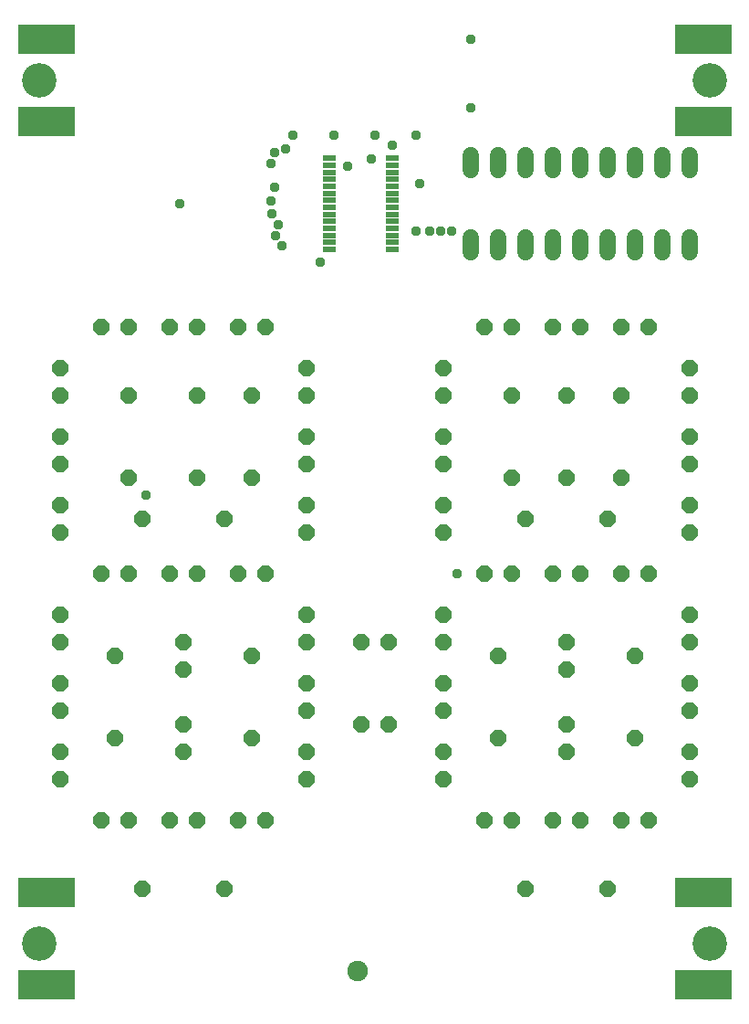
<source format=gts>
G75*
%MOIN*%
%OFA0B0*%
%FSLAX25Y25*%
%IPPOS*%
%LPD*%
%AMOC8*
5,1,8,0,0,1.08239X$1,22.5*
%
%ADD10C,0.12611*%
%ADD11R,0.04700X0.02000*%
%ADD12OC8,0.06000*%
%ADD13C,0.06000*%
%ADD14R,0.20800X0.10800*%
%ADD15C,0.03778*%
%ADD16C,0.07550*%
D10*
X0019100Y0034100D03*
X0019100Y0349100D03*
X0264100Y0349100D03*
X0264100Y0034100D03*
D11*
X0148087Y0287466D03*
X0148087Y0290025D03*
X0148087Y0292584D03*
X0148087Y0295143D03*
X0148087Y0297702D03*
X0148087Y0300261D03*
X0148087Y0302820D03*
X0148087Y0305380D03*
X0148087Y0307939D03*
X0148087Y0310498D03*
X0148087Y0313057D03*
X0148087Y0315616D03*
X0148087Y0318175D03*
X0148087Y0320734D03*
X0125113Y0320734D03*
X0125113Y0318175D03*
X0125113Y0315616D03*
X0125113Y0313057D03*
X0125113Y0310498D03*
X0125113Y0307939D03*
X0125113Y0305380D03*
X0125113Y0302820D03*
X0125113Y0300261D03*
X0125113Y0297702D03*
X0125113Y0295143D03*
X0125113Y0292584D03*
X0125113Y0290025D03*
X0125113Y0287466D03*
D12*
X0101600Y0259100D03*
X0091600Y0259100D03*
X0076600Y0259100D03*
X0066600Y0259100D03*
X0051600Y0259100D03*
X0041600Y0259100D03*
X0026600Y0244100D03*
X0026600Y0234100D03*
X0026600Y0219100D03*
X0026600Y0209100D03*
X0026600Y0194100D03*
X0026600Y0184100D03*
X0041600Y0169100D03*
X0051600Y0169100D03*
X0066600Y0169100D03*
X0076600Y0169100D03*
X0091600Y0169100D03*
X0101600Y0169100D03*
X0086600Y0189100D03*
X0076600Y0204100D03*
X0096600Y0204100D03*
X0116600Y0209100D03*
X0116600Y0219100D03*
X0116600Y0234100D03*
X0116600Y0244100D03*
X0096600Y0234100D03*
X0076600Y0234100D03*
X0051600Y0234100D03*
X0051600Y0204100D03*
X0056600Y0189100D03*
X0026600Y0154100D03*
X0026600Y0144100D03*
X0026600Y0129100D03*
X0026600Y0119100D03*
X0026600Y0104100D03*
X0026600Y0094100D03*
X0041600Y0079100D03*
X0051600Y0079100D03*
X0066600Y0079100D03*
X0076600Y0079100D03*
X0091600Y0079100D03*
X0101600Y0079100D03*
X0116600Y0094100D03*
X0116600Y0104100D03*
X0116600Y0119100D03*
X0116600Y0129100D03*
X0116600Y0144100D03*
X0116600Y0154100D03*
X0136600Y0144100D03*
X0146600Y0144100D03*
X0166600Y0144100D03*
X0166600Y0154100D03*
X0181600Y0169100D03*
X0191600Y0169100D03*
X0206600Y0169100D03*
X0216600Y0169100D03*
X0231600Y0169100D03*
X0241600Y0169100D03*
X0256600Y0154100D03*
X0256600Y0144100D03*
X0256600Y0129100D03*
X0256600Y0119100D03*
X0256600Y0104100D03*
X0256600Y0094100D03*
X0241600Y0079100D03*
X0231600Y0079100D03*
X0216600Y0079100D03*
X0206600Y0079100D03*
X0191600Y0079100D03*
X0181600Y0079100D03*
X0166600Y0094100D03*
X0166600Y0104100D03*
X0166600Y0119100D03*
X0166600Y0129100D03*
X0186600Y0139100D03*
X0186600Y0109100D03*
X0211600Y0104100D03*
X0211600Y0114100D03*
X0211600Y0134100D03*
X0211600Y0144100D03*
X0236600Y0139100D03*
X0236600Y0109100D03*
X0226600Y0054100D03*
X0196600Y0054100D03*
X0146600Y0114100D03*
X0136600Y0114100D03*
X0096600Y0109100D03*
X0096600Y0139100D03*
X0071600Y0134100D03*
X0071600Y0144100D03*
X0071600Y0114100D03*
X0071600Y0104100D03*
X0046600Y0109100D03*
X0046600Y0139100D03*
X0056600Y0054100D03*
X0086600Y0054100D03*
X0116600Y0184100D03*
X0116600Y0194100D03*
X0166600Y0194100D03*
X0166600Y0184100D03*
X0166600Y0209100D03*
X0166600Y0219100D03*
X0166600Y0234100D03*
X0166600Y0244100D03*
X0181600Y0259100D03*
X0191600Y0259100D03*
X0206600Y0259100D03*
X0216600Y0259100D03*
X0231600Y0259100D03*
X0241600Y0259100D03*
X0256600Y0244100D03*
X0256600Y0234100D03*
X0256600Y0219100D03*
X0256600Y0209100D03*
X0256600Y0194100D03*
X0256600Y0184100D03*
X0231600Y0204100D03*
X0226600Y0189100D03*
X0211600Y0204100D03*
X0196600Y0189100D03*
X0191600Y0204100D03*
X0191600Y0234100D03*
X0211600Y0234100D03*
X0231600Y0234100D03*
D13*
X0226600Y0286500D02*
X0226600Y0291700D01*
X0236600Y0291700D02*
X0236600Y0286500D01*
X0246600Y0286500D02*
X0246600Y0291700D01*
X0256600Y0291700D02*
X0256600Y0286500D01*
X0256600Y0316500D02*
X0256600Y0321700D01*
X0246600Y0321700D02*
X0246600Y0316500D01*
X0236600Y0316500D02*
X0236600Y0321700D01*
X0226600Y0321700D02*
X0226600Y0316500D01*
X0216600Y0316500D02*
X0216600Y0321700D01*
X0206600Y0321700D02*
X0206600Y0316500D01*
X0196600Y0316500D02*
X0196600Y0321700D01*
X0186600Y0321700D02*
X0186600Y0316500D01*
X0176600Y0316500D02*
X0176600Y0321700D01*
X0176600Y0291700D02*
X0176600Y0286500D01*
X0186600Y0286500D02*
X0186600Y0291700D01*
X0196600Y0291700D02*
X0196600Y0286500D01*
X0206600Y0286500D02*
X0206600Y0291700D01*
X0216600Y0291700D02*
X0216600Y0286500D01*
D14*
X0021600Y0019100D03*
X0021600Y0052850D03*
X0021600Y0334100D03*
X0021600Y0364100D03*
X0261600Y0364100D03*
X0261600Y0334100D03*
X0261600Y0052850D03*
X0261600Y0019100D03*
D15*
X0171600Y0169100D03*
X0121600Y0282850D03*
X0107596Y0288846D03*
X0105350Y0292354D03*
X0106332Y0296332D03*
X0104100Y0300350D03*
X0103818Y0305068D03*
X0105054Y0310054D03*
X0103811Y0318872D03*
X0105122Y0322850D03*
X0109100Y0324100D03*
X0111600Y0329100D03*
X0126600Y0329100D03*
X0131600Y0317850D03*
X0140350Y0320350D03*
X0141600Y0329100D03*
X0147850Y0325350D03*
X0156600Y0329100D03*
X0157850Y0311600D03*
X0156600Y0294100D03*
X0161600Y0294100D03*
X0165578Y0294100D03*
X0169556Y0294100D03*
X0176600Y0339100D03*
X0176600Y0364100D03*
X0070350Y0304100D03*
X0057850Y0197850D03*
D16*
X0135350Y0024100D03*
M02*

</source>
